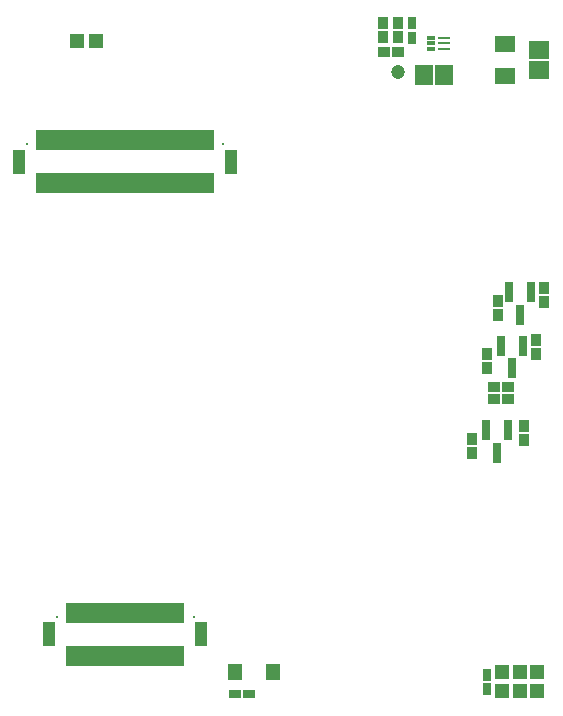
<source format=gbs>
%FSTAX23Y23*%
%MOIN*%
%SFA1B1*%

%IPPOS*%
%ADD16C,0.047370*%
%ADD19C,0.008000*%
%ADD42R,0.045400X0.056030*%
%ADD43R,0.047370X0.047370*%
%ADD44R,0.019810X0.070990*%
%ADD45R,0.047370X0.047370*%
%ADD46R,0.031620X0.067060*%
%ADD47R,0.035560X0.039500*%
%ADD48R,0.039500X0.035560*%
%ADD49R,0.039500X0.031620*%
%ADD50R,0.059180X0.067060*%
%ADD51R,0.027620X0.013840*%
%ADD52R,0.039310X0.007810*%
%ADD53R,0.031620X0.039500*%
%ADD54R,0.067060X0.059180*%
%ADD55R,0.067060X0.055240*%
%ADD56R,0.039500X0.078870*%
%LNmod_duo_x_g3399-1*%
%LPD*%
G54D16*
X02443Y02465D03*
G54D19*
X01763Y00649D03*
X01306D03*
X01208Y02224D03*
X01861D03*
G54D42*
X019Y00465D03*
X02029D03*
G54D43*
X02908Y00463D03*
Y004D03*
X0285Y00463D03*
Y004D03*
X0279Y00463D03*
Y004D03*
G54D44*
X01485Y02236D03*
X01505D03*
X01643D03*
X01663D03*
X01722Y00661D03*
X01702D03*
X01682D03*
X01663D03*
X01643D03*
X01623D03*
X01604D03*
X01584D03*
X01564D03*
X01545D03*
X01525D03*
X01505D03*
X01485D03*
X01466D03*
X01446D03*
X01426D03*
X01407D03*
X01387D03*
X01367D03*
X01722Y00519D03*
X01702D03*
X01682D03*
X01663D03*
X01643D03*
X01623D03*
X01604D03*
X01584D03*
X01564D03*
X01545D03*
X01525D03*
X01505D03*
X01485D03*
X01466D03*
X01446D03*
X01426D03*
X01407D03*
X01387D03*
X01367D03*
X01348D03*
Y00661D03*
X01249Y02236D03*
Y02094D03*
X01269D03*
X01289D03*
X01308D03*
X01328D03*
X01348D03*
X01367D03*
X01387D03*
X01407D03*
X01426D03*
X01446D03*
X01466D03*
X01485D03*
X01505D03*
X01525D03*
X01544D03*
X01564D03*
X01584D03*
X01604D03*
X01623D03*
X01643D03*
X01663D03*
X01682D03*
X01702D03*
X01722D03*
X01741D03*
X01761D03*
X01781D03*
X018D03*
X0182D03*
X01269Y02236D03*
X01289D03*
X01308D03*
X01328D03*
X01348D03*
X01367D03*
X01387D03*
X01407D03*
X01426D03*
X01446D03*
X01466D03*
X01525D03*
X01544D03*
X01564D03*
X01584D03*
X01604D03*
X01623D03*
X01682D03*
X01702D03*
X01722D03*
X01741D03*
X01761D03*
X01781D03*
X018D03*
X0182D03*
G54D45*
X01375Y02568D03*
X01438D03*
G54D46*
X02815Y0173D03*
X02889D03*
X02852Y01655D03*
X02787Y01552D03*
X02862D03*
X02825Y01477D03*
X02737Y0127D03*
X02811D03*
X02774Y01195D03*
G54D47*
X02931Y01696D03*
Y01743D03*
X02778Y01702D03*
Y01655D03*
X02903Y01523D03*
Y0157D03*
X0274Y01524D03*
Y01477D03*
X02863Y01236D03*
Y01283D03*
X02691Y01242D03*
Y01195D03*
X02395Y02627D03*
Y0258D03*
X02445D03*
Y02627D03*
G54D48*
X02764Y01415D03*
X02811D03*
X02811Y01375D03*
X02764D03*
X02396Y0253D03*
X02443D03*
G54D49*
X01901Y0039D03*
X01948D03*
G54D50*
X02598Y02455D03*
X02531D03*
G54D51*
X02554Y0254D03*
Y0256D03*
Y02579D03*
G54D52*
X02597Y02579D03*
Y0256D03*
Y0254D03*
G54D53*
X0249Y02626D03*
Y02579D03*
X0274Y00455D03*
Y00408D03*
G54D54*
X02915Y02471D03*
Y02538D03*
G54D55*
X028Y02558D03*
Y02451D03*
G54D56*
X01281Y0059D03*
X01789D03*
X01887Y02165D03*
X01182D03*
M02*
</source>
